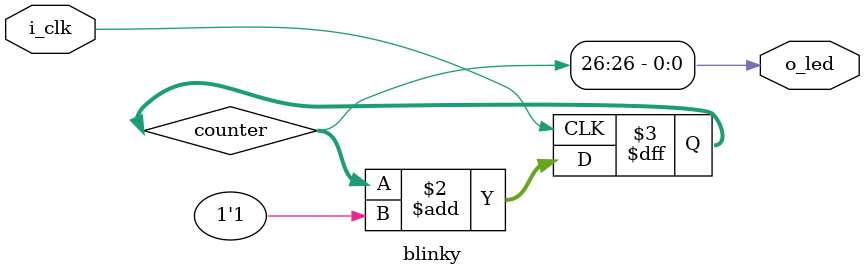
<source format=v>
`default_nettype	none
module blinky(i_clk, o_led);
`ifdef	VERILATOR
	parameter	WIDTH = 12;
`else
	parameter	WIDTH = 27;
`endif
	input	wire	i_clk;
	output	wire	o_led;

	reg	[WIDTH-1:0]	counter;

	always @(posedge i_clk)
		counter <= counter + 1'b1;

	assign	o_led = counter[WIDTH-1];
endmodule


</source>
